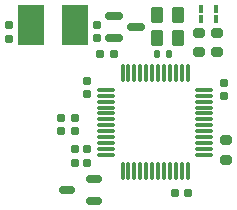
<source format=gbr>
%TF.GenerationSoftware,KiCad,Pcbnew,8.0.7*%
%TF.CreationDate,2025-01-03T12:22:39+02:00*%
%TF.ProjectId,debugger,64656275-6767-4657-922e-6b696361645f,rev?*%
%TF.SameCoordinates,Original*%
%TF.FileFunction,Paste,Top*%
%TF.FilePolarity,Positive*%
%FSLAX46Y46*%
G04 Gerber Fmt 4.6, Leading zero omitted, Abs format (unit mm)*
G04 Created by KiCad (PCBNEW 8.0.7) date 2025-01-03 12:22:39*
%MOMM*%
%LPD*%
G01*
G04 APERTURE LIST*
G04 Aperture macros list*
%AMRoundRect*
0 Rectangle with rounded corners*
0 $1 Rounding radius*
0 $2 $3 $4 $5 $6 $7 $8 $9 X,Y pos of 4 corners*
0 Add a 4 corners polygon primitive as box body*
4,1,4,$2,$3,$4,$5,$6,$7,$8,$9,$2,$3,0*
0 Add four circle primitives for the rounded corners*
1,1,$1+$1,$2,$3*
1,1,$1+$1,$4,$5*
1,1,$1+$1,$6,$7*
1,1,$1+$1,$8,$9*
0 Add four rect primitives between the rounded corners*
20,1,$1+$1,$2,$3,$4,$5,0*
20,1,$1+$1,$4,$5,$6,$7,0*
20,1,$1+$1,$6,$7,$8,$9,0*
20,1,$1+$1,$8,$9,$2,$3,0*%
G04 Aperture macros list end*
%ADD10RoundRect,0.155000X-0.155000X0.212500X-0.155000X-0.212500X0.155000X-0.212500X0.155000X0.212500X0*%
%ADD11RoundRect,0.155000X0.155000X-0.212500X0.155000X0.212500X-0.155000X0.212500X-0.155000X-0.212500X0*%
%ADD12RoundRect,0.150000X0.512500X0.150000X-0.512500X0.150000X-0.512500X-0.150000X0.512500X-0.150000X0*%
%ADD13RoundRect,0.200000X-0.275000X0.200000X-0.275000X-0.200000X0.275000X-0.200000X0.275000X0.200000X0*%
%ADD14RoundRect,0.075000X-0.662500X-0.075000X0.662500X-0.075000X0.662500X0.075000X-0.662500X0.075000X0*%
%ADD15RoundRect,0.075000X-0.075000X-0.662500X0.075000X-0.662500X0.075000X0.662500X-0.075000X0.662500X0*%
%ADD16RoundRect,0.200000X0.275000X-0.200000X0.275000X0.200000X-0.275000X0.200000X-0.275000X-0.200000X0*%
%ADD17RoundRect,0.150000X-0.587500X-0.150000X0.587500X-0.150000X0.587500X0.150000X-0.587500X0.150000X0*%
%ADD18RoundRect,0.160000X-0.197500X-0.160000X0.197500X-0.160000X0.197500X0.160000X-0.197500X0.160000X0*%
%ADD19RoundRect,0.160000X0.197500X0.160000X-0.197500X0.160000X-0.197500X-0.160000X0.197500X-0.160000X0*%
%ADD20R,0.450000X0.650000*%
%ADD21RoundRect,0.250000X-0.262500X-0.450000X0.262500X-0.450000X0.262500X0.450000X-0.262500X0.450000X0*%
%ADD22RoundRect,0.135000X-0.135000X-0.185000X0.135000X-0.185000X0.135000X0.185000X-0.135000X0.185000X0*%
%ADD23RoundRect,0.155000X0.212500X0.155000X-0.212500X0.155000X-0.212500X-0.155000X0.212500X-0.155000X0*%
%ADD24RoundRect,0.250000X0.262500X0.450000X-0.262500X0.450000X-0.262500X-0.450000X0.262500X-0.450000X0*%
%ADD25R,2.250000X3.400000*%
G04 APERTURE END LIST*
D10*
%TO.C,C2*%
X137909740Y-102173513D03*
X137909740Y-103308513D03*
%TD*%
D11*
%TO.C,C3*%
X143450000Y-113817500D03*
X143450000Y-112682500D03*
%TD*%
D12*
%TO.C,U3*%
X145075000Y-117100000D03*
X145075000Y-115200000D03*
X142800000Y-116150000D03*
%TD*%
D13*
%TO.C,R4*%
X154000000Y-102825000D03*
X154000000Y-104475000D03*
%TD*%
D14*
%TO.C,U4*%
X146087500Y-107650000D03*
X146087500Y-108150000D03*
X146087500Y-108650000D03*
X146087500Y-109150000D03*
X146087500Y-109650000D03*
X146087500Y-110150000D03*
X146087500Y-110650000D03*
X146087500Y-111150000D03*
X146087500Y-111650000D03*
X146087500Y-112150000D03*
X146087500Y-112650000D03*
X146087500Y-113150000D03*
D15*
X147500000Y-114562500D03*
X148000000Y-114562500D03*
X148500000Y-114562500D03*
X149000000Y-114562500D03*
X149500000Y-114562500D03*
X150000000Y-114562500D03*
X150500000Y-114562500D03*
X151000000Y-114562500D03*
X151500000Y-114562500D03*
X152000000Y-114562500D03*
X152500000Y-114562500D03*
X153000000Y-114562500D03*
D14*
X154412500Y-113150000D03*
X154412500Y-112650000D03*
X154412500Y-112150000D03*
X154412500Y-111650000D03*
X154412500Y-111150000D03*
X154412500Y-110650000D03*
X154412500Y-110150000D03*
X154412500Y-109650000D03*
X154412500Y-109150000D03*
X154412500Y-108650000D03*
X154412500Y-108150000D03*
X154412500Y-107650000D03*
D15*
X153000000Y-106237500D03*
X152500000Y-106237500D03*
X152000000Y-106237500D03*
X151500000Y-106237500D03*
X151000000Y-106237500D03*
X150500000Y-106237500D03*
X150000000Y-106237500D03*
X149500000Y-106237500D03*
X149000000Y-106237500D03*
X148500000Y-106237500D03*
X148000000Y-106237500D03*
X147500000Y-106237500D03*
%TD*%
D10*
%TO.C,C7*%
X144450000Y-106865000D03*
X144450000Y-108000000D03*
%TD*%
%TO.C,C6*%
X156050000Y-107065000D03*
X156050000Y-108200000D03*
%TD*%
D16*
%TO.C,R5*%
X155500000Y-104475000D03*
X155500000Y-102825000D03*
%TD*%
D17*
%TO.C,Q1*%
X146762500Y-101400000D03*
X146762500Y-103300000D03*
X148637500Y-102350000D03*
%TD*%
D18*
%TO.C,R1*%
X142305000Y-110050000D03*
X143500000Y-110050000D03*
%TD*%
D19*
%TO.C,R9*%
X146797500Y-104650000D03*
X145602500Y-104650000D03*
%TD*%
D10*
%TO.C,C1*%
X145309740Y-102143656D03*
X145309740Y-103278656D03*
%TD*%
D11*
%TO.C,C4*%
X144450000Y-113817500D03*
X144450000Y-112682500D03*
%TD*%
D20*
%TO.C,D1*%
X155425000Y-101675000D03*
X154175000Y-101675000D03*
X155425000Y-100825000D03*
X154175000Y-100825000D03*
%TD*%
D21*
%TO.C,R7*%
X150387500Y-101350000D03*
X152212500Y-101350000D03*
%TD*%
D22*
%TO.C,R3*%
X150390000Y-104650000D03*
X151410000Y-104650000D03*
%TD*%
D13*
%TO.C,R6*%
X156250000Y-111900000D03*
X156250000Y-113550000D03*
%TD*%
D19*
%TO.C,R2*%
X143500000Y-111100000D03*
X142305000Y-111100000D03*
%TD*%
D23*
%TO.C,C5*%
X153035000Y-116350000D03*
X151900000Y-116350000D03*
%TD*%
D24*
%TO.C,R8*%
X152212500Y-103250000D03*
X150387500Y-103250000D03*
%TD*%
D25*
%TO.C,Y2*%
X143459740Y-102161830D03*
X139759740Y-102161830D03*
%TD*%
M02*

</source>
